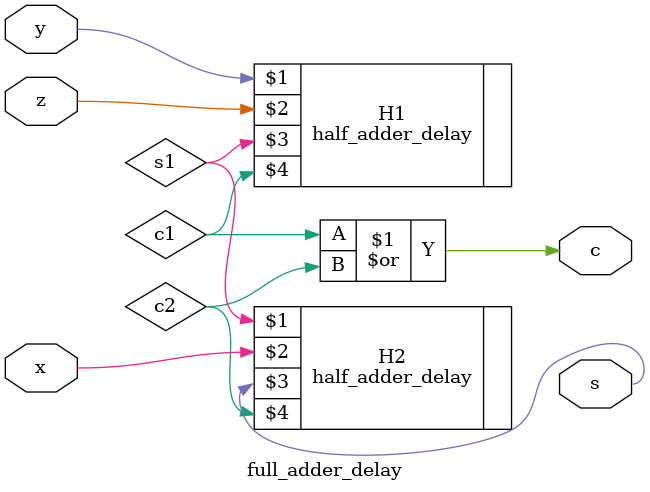
<source format=v>
`timescale 1ns / 1ps

//code for full adder with delay of 5ns on or gate
module full_adder_delay(x,y,z,s,c);
input x,y,z;
output s,c;

//2 half adders and 1 OR gate used

wire s1,c1,c2;
half_adder_delay H1(y,z,s1,c1);
half_adder_delay H2(s1,x,s,c2);

or #5 (c,c1,c2);
endmodule

</source>
